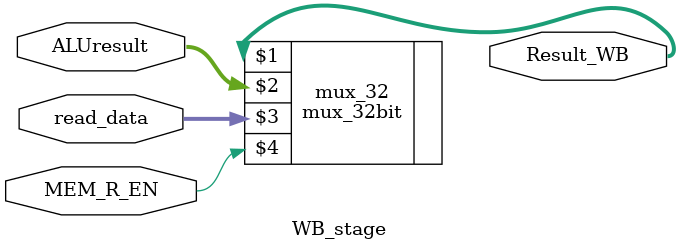
<source format=v>

module WB_stage(read_data,ALUresult,MEM_R_EN,Result_WB);

input [31:0] read_data,ALUresult;
input MEM_R_EN;
output [31:0] Result_WB;


mux_32bit mux_32(Result_WB,ALUresult,read_data,MEM_R_EN);


endmodule

</source>
